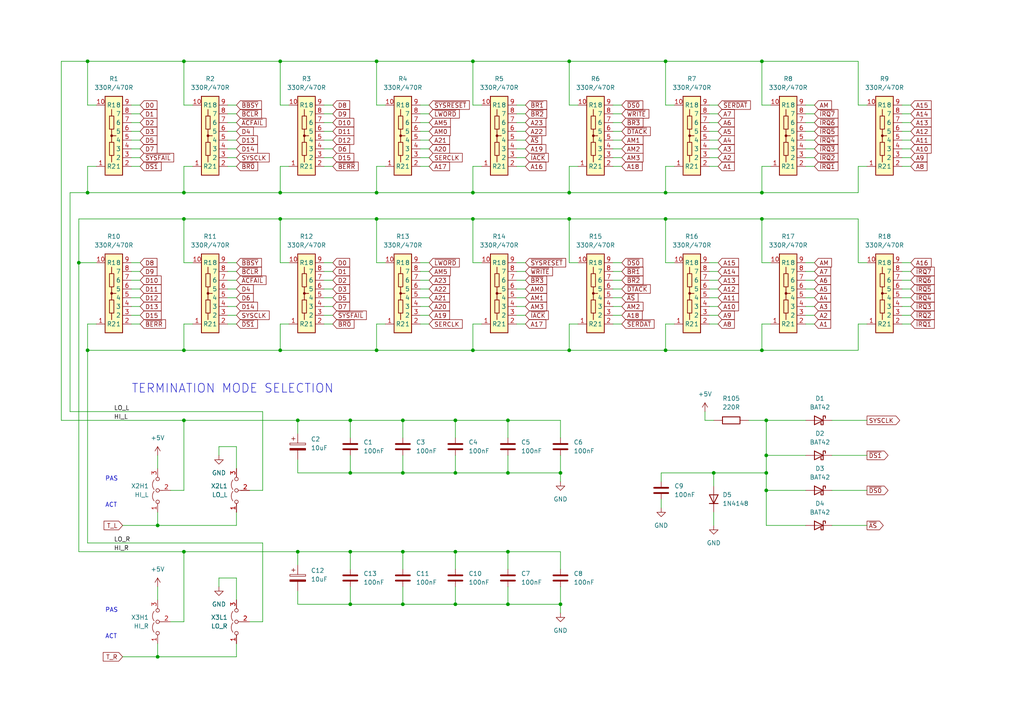
<source format=kicad_sch>
(kicad_sch (version 20211123) (generator eeschema)
  (paper "A4")
  (title_block (title "TERMINATION RESISTORS") (date "2024-01-04") (rev "1") (company "TOM STOREY") (comment 1 "FREE FOR NON-COMMERCIAL USE"))
  (junction (at 101.6 137.16))
  (junction (at 132.08 175.26))
  (junction (at 165.1 17.78))
  (junction (at 53.34 63.5))
  (junction (at 116.84 121.92))
  (junction (at 116.84 160.02))
  (junction (at 220.98 17.78))
  (junction (at 137.16 63.5))
  (junction (at 162.56 175.26))
  (junction (at 222.25 142.24))
  (junction (at 137.16 17.78))
  (junction (at 53.34 17.78))
  (junction (at 147.32 175.26))
  (junction (at 109.22 55.88))
  (junction (at 109.22 17.78))
  (junction (at 109.22 63.5))
  (junction (at 132.08 121.92))
  (junction (at 165.1 63.5))
  (junction (at 147.32 137.16))
  (junction (at 220.98 63.5))
  (junction (at 25.4 17.78))
  (junction (at 137.16 101.6))
  (junction (at 53.34 101.6))
  (junction (at 193.04 101.6))
  (junction (at 81.28 63.5))
  (junction (at 193.04 63.5))
  (junction (at 53.34 160.02))
  (junction (at 116.84 137.16))
  (junction (at 165.1 101.6))
  (junction (at 45.72 152.4))
  (junction (at 45.72 190.5))
  (junction (at 81.28 101.6))
  (junction (at 101.6 121.92))
  (junction (at 101.6 175.26))
  (junction (at 116.84 175.26))
  (junction (at 222.25 132.08))
  (junction (at 220.98 55.88))
  (junction (at 53.34 121.92))
  (junction (at 222.25 137.16))
  (junction (at 81.28 17.78))
  (junction (at 193.04 55.88))
  (junction (at 86.36 121.92))
  (junction (at 165.1 55.88))
  (junction (at 81.28 55.88))
  (junction (at 25.4 55.88))
  (junction (at 193.04 17.78))
  (junction (at 25.4 101.6))
  (junction (at 101.6 160.02))
  (junction (at 207.01 137.16))
  (junction (at 53.34 55.88))
  (junction (at 162.56 137.16))
  (junction (at 222.25 121.92))
  (junction (at 132.08 137.16))
  (junction (at 86.36 160.02))
  (junction (at 109.22 101.6))
  (junction (at 220.98 101.6))
  (junction (at 132.08 160.02))
  (junction (at 147.32 160.02))
  (junction (at 22.86 76.2))
  (junction (at 147.32 121.92))
  (junction (at 137.16 55.88))
  (wire (pts (xy 205.74 83.82) (xy 208.28 83.82)))
  (wire (pts (xy 22.86 63.5) (xy 53.34 63.5)))
  (wire (pts (xy 93.98 43.18) (xy 96.52 43.18)))
  (wire (pts (xy 132.08 137.16) (xy 147.32 137.16)))
  (wire (pts (xy 55.88 93.98) (xy 53.34 93.98)))
  (wire (pts (xy 193.04 76.2) (xy 193.04 63.5)))
  (wire (pts (xy 20.32 119.38) (xy 76.2 119.38)))
  (wire (pts (xy 86.36 121.92) (xy 86.36 125.73)))
  (wire (pts (xy 162.56 137.16) (xy 147.32 137.16)))
  (wire (pts (xy 93.98 91.44) (xy 96.52 91.44)))
  (wire (pts (xy 147.32 170.18) (xy 147.32 175.26)))
  (wire (pts (xy 81.28 30.48) (xy 81.28 17.78)))
  (wire (pts (xy 38.1 30.48) (xy 40.64 30.48)))
  (wire (pts (xy 162.56 132.08) (xy 162.56 137.16)))
  (wire (pts (xy 261.62 93.98) (xy 264.16 93.98)))
  (wire (pts (xy 149.86 88.9) (xy 152.4 88.9)))
  (wire (pts (xy 63.5 167.64) (xy 68.58 167.64)))
  (wire (pts (xy 165.1 63.5) (xy 193.04 63.5)))
  (wire (pts (xy 220.98 17.78) (xy 248.92 17.78)))
  (wire (pts (xy 116.84 160.02) (xy 132.08 160.02)))
  (wire (pts (xy 162.56 160.02) (xy 162.56 165.1)))
  (wire (pts (xy 177.8 81.28) (xy 180.34 81.28)))
  (wire (pts (xy 121.92 45.72) (xy 124.46 45.72)))
  (wire (pts (xy 177.8 35.56) (xy 180.34 35.56)))
  (wire (pts (xy 222.25 132.08) (xy 233.68 132.08)))
  (wire (pts (xy 25.4 101.6) (xy 53.34 101.6)))
  (wire (pts (xy 38.1 43.18) (xy 40.64 43.18)))
  (wire (pts (xy 53.34 48.26) (xy 53.34 55.88)))
  (wire (pts (xy 27.94 93.98) (xy 25.4 93.98)))
  (wire (pts (xy 165.1 48.26) (xy 165.1 55.88)))
  (wire (pts (xy 81.28 48.26) (xy 81.28 55.88)))
  (wire (pts (xy 205.74 81.28) (xy 208.28 81.28)))
  (wire (pts (xy 38.1 76.2) (xy 40.64 76.2)))
  (wire (pts (xy 81.28 55.88) (xy 109.22 55.88)))
  (wire (pts (xy 149.86 45.72) (xy 152.4 45.72)))
  (wire (pts (xy 248.92 101.6) (xy 248.92 93.98)))
  (wire (pts (xy 38.1 78.74) (xy 40.64 78.74)))
  (wire (pts (xy 93.98 45.72) (xy 96.52 45.72)))
  (wire (pts (xy 177.8 40.64) (xy 180.34 40.64)))
  (wire (pts (xy 72.39 142.24) (xy 76.2 142.24)))
  (wire (pts (xy 261.62 78.74) (xy 264.16 78.74)))
  (wire (pts (xy 233.68 76.2) (xy 236.22 76.2)))
  (wire (pts (xy 191.77 137.16) (xy 207.01 137.16)))
  (wire (pts (xy 121.92 38.1) (xy 124.46 38.1)))
  (wire (pts (xy 109.22 30.48) (xy 109.22 17.78)))
  (wire (pts (xy 149.86 40.64) (xy 152.4 40.64)))
  (wire (pts (xy 45.72 190.5) (xy 68.58 190.5)))
  (wire (pts (xy 22.86 63.5) (xy 22.86 76.2)))
  (wire (pts (xy 207.01 121.92) (xy 204.47 121.92)))
  (wire (pts (xy 25.4 101.6) (xy 25.4 157.48)))
  (wire (pts (xy 53.34 180.34) (xy 53.34 160.02)))
  (wire (pts (xy 38.1 35.56) (xy 40.64 35.56)))
  (wire (pts (xy 137.16 48.26) (xy 137.16 55.88)))
  (wire (pts (xy 193.04 101.6) (xy 220.98 101.6)))
  (wire (pts (xy 149.86 76.2) (xy 152.4 76.2)))
  (wire (pts (xy 223.52 76.2) (xy 220.98 76.2)))
  (wire (pts (xy 38.1 88.9) (xy 40.64 88.9)))
  (wire (pts (xy 22.86 76.2) (xy 22.86 160.02)))
  (wire (pts (xy 101.6 121.92) (xy 116.84 121.92)))
  (wire (pts (xy 53.34 17.78) (xy 81.28 17.78)))
  (wire (pts (xy 223.52 30.48) (xy 220.98 30.48)))
  (wire (pts (xy 66.04 45.72) (xy 68.58 45.72)))
  (wire (pts (xy 76.2 142.24) (xy 76.2 119.38)))
  (wire (pts (xy 165.1 17.78) (xy 193.04 17.78)))
  (wire (pts (xy 220.98 63.5) (xy 248.92 63.5)))
  (wire (pts (xy 101.6 132.08) (xy 101.6 137.16)))
  (wire (pts (xy 93.98 76.2) (xy 96.52 76.2)))
  (wire (pts (xy 205.74 43.18) (xy 208.28 43.18)))
  (wire (pts (xy 116.84 137.16) (xy 132.08 137.16)))
  (wire (pts (xy 162.56 175.26) (xy 162.56 170.18)))
  (wire (pts (xy 25.4 30.48) (xy 25.4 17.78)))
  (wire (pts (xy 83.82 30.48) (xy 81.28 30.48)))
  (wire (pts (xy 220.98 101.6) (xy 248.92 101.6)))
  (wire (pts (xy 207.01 137.16) (xy 207.01 140.97)))
  (wire (pts (xy 132.08 170.18) (xy 132.08 175.26)))
  (wire (pts (xy 193.04 93.98) (xy 193.04 101.6)))
  (wire (pts (xy 205.74 45.72) (xy 208.28 45.72)))
  (wire (pts (xy 220.98 48.26) (xy 220.98 55.88)))
  (wire (pts (xy 205.74 30.48) (xy 208.28 30.48)))
  (wire (pts (xy 38.1 33.02) (xy 40.64 33.02)))
  (wire (pts (xy 53.34 55.88) (xy 81.28 55.88)))
  (wire (pts (xy 137.16 63.5) (xy 165.1 63.5)))
  (wire (pts (xy 68.58 186.69) (xy 68.58 190.5)))
  (wire (pts (xy 177.8 88.9) (xy 180.34 88.9)))
  (wire (pts (xy 233.68 45.72) (xy 236.22 45.72)))
  (wire (pts (xy 81.28 76.2) (xy 81.28 63.5)))
  (wire (pts (xy 111.76 30.48) (xy 109.22 30.48)))
  (wire (pts (xy 38.1 93.98) (xy 40.64 93.98)))
  (wire (pts (xy 162.56 127) (xy 162.56 121.92)))
  (wire (pts (xy 116.84 170.18) (xy 116.84 175.26)))
  (wire (pts (xy 220.98 30.48) (xy 220.98 17.78)))
  (wire (pts (xy 147.32 160.02) (xy 162.56 160.02)))
  (wire (pts (xy 38.1 83.82) (xy 40.64 83.82)))
  (wire (pts (xy 177.8 30.48) (xy 180.34 30.48)))
  (wire (pts (xy 222.25 152.4) (xy 233.68 152.4)))
  (wire (pts (xy 193.04 63.5) (xy 220.98 63.5)))
  (wire (pts (xy 101.6 175.26) (xy 116.84 175.26)))
  (wire (pts (xy 220.98 76.2) (xy 220.98 63.5)))
  (wire (pts (xy 147.32 175.26) (xy 162.56 175.26)))
  (wire (pts (xy 195.58 48.26) (xy 193.04 48.26)))
  (wire (pts (xy 205.74 93.98) (xy 208.28 93.98)))
  (wire (pts (xy 111.76 93.98) (xy 109.22 93.98)))
  (wire (pts (xy 25.4 157.48) (xy 76.2 157.48)))
  (wire (pts (xy 241.3 121.92) (xy 251.46 121.92)))
  (wire (pts (xy 109.22 101.6) (xy 137.16 101.6)))
  (wire (pts (xy 147.32 121.92) (xy 147.32 127)))
  (wire (pts (xy 116.84 175.26) (xy 132.08 175.26)))
  (wire (pts (xy 66.04 91.44) (xy 68.58 91.44)))
  (wire (pts (xy 121.92 43.18) (xy 124.46 43.18)))
  (wire (pts (xy 72.39 180.34) (xy 76.2 180.34)))
  (wire (pts (xy 137.16 76.2) (xy 137.16 63.5)))
  (wire (pts (xy 101.6 121.92) (xy 101.6 127)))
  (wire (pts (xy 66.04 88.9) (xy 68.58 88.9)))
  (wire (pts (xy 86.36 121.92) (xy 101.6 121.92)))
  (wire (pts (xy 177.8 78.74) (xy 180.34 78.74)))
  (wire (pts (xy 86.36 175.26) (xy 101.6 175.26)))
  (wire (pts (xy 149.86 35.56) (xy 152.4 35.56)))
  (wire (pts (xy 167.64 48.26) (xy 165.1 48.26)))
  (wire (pts (xy 116.84 160.02) (xy 116.84 165.1)))
  (wire (pts (xy 45.72 170.18) (xy 45.72 173.99)))
  (wire (pts (xy 177.8 86.36) (xy 180.34 86.36)))
  (wire (pts (xy 132.08 132.08) (xy 132.08 137.16)))
  (wire (pts (xy 116.84 121.92) (xy 132.08 121.92)))
  (wire (pts (xy 66.04 93.98) (xy 68.58 93.98)))
  (wire (pts (xy 195.58 30.48) (xy 193.04 30.48)))
  (wire (pts (xy 177.8 93.98) (xy 180.34 93.98)))
  (wire (pts (xy 162.56 121.92) (xy 147.32 121.92)))
  (wire (pts (xy 27.94 30.48) (xy 25.4 30.48)))
  (wire (pts (xy 93.98 81.28) (xy 96.52 81.28)))
  (wire (pts (xy 101.6 160.02) (xy 101.6 165.1)))
  (wire (pts (xy 55.88 30.48) (xy 53.34 30.48)))
  (wire (pts (xy 149.86 93.98) (xy 152.4 93.98)))
  (wire (pts (xy 38.1 91.44) (xy 40.64 91.44)))
  (wire (pts (xy 121.92 88.9) (xy 124.46 88.9)))
  (wire (pts (xy 93.98 83.82) (xy 96.52 83.82)))
  (wire (pts (xy 149.86 30.48) (xy 152.4 30.48)))
  (wire (pts (xy 233.68 78.74) (xy 236.22 78.74)))
  (wire (pts (xy 121.92 83.82) (xy 124.46 83.82)))
  (wire (pts (xy 261.62 81.28) (xy 264.16 81.28)))
  (wire (pts (xy 25.4 48.26) (xy 25.4 55.88)))
  (wire (pts (xy 241.3 142.24) (xy 251.46 142.24)))
  (wire (pts (xy 93.98 86.36) (xy 96.52 86.36)))
  (wire (pts (xy 55.88 76.2) (xy 53.34 76.2)))
  (wire (pts (xy 121.92 93.98) (xy 124.46 93.98)))
  (wire (pts (xy 167.64 30.48) (xy 165.1 30.48)))
  (wire (pts (xy 220.98 93.98) (xy 220.98 101.6)))
  (wire (pts (xy 35.56 190.5) (xy 45.72 190.5)))
  (wire (pts (xy 193.04 48.26) (xy 193.04 55.88)))
  (wire (pts (xy 93.98 48.26) (xy 96.52 48.26)))
  (wire (pts (xy 86.36 160.02) (xy 86.36 163.83)))
  (wire (pts (xy 93.98 78.74) (xy 96.52 78.74)))
  (wire (pts (xy 167.64 93.98) (xy 165.1 93.98)))
  (wire (pts (xy 205.74 91.44) (xy 208.28 91.44)))
  (wire (pts (xy 63.5 132.08) (xy 63.5 129.54)))
  (wire (pts (xy 66.04 76.2) (xy 68.58 76.2)))
  (wire (pts (xy 53.34 76.2) (xy 53.34 63.5)))
  (wire (pts (xy 233.68 40.64) (xy 236.22 40.64)))
  (wire (pts (xy 86.36 160.02) (xy 101.6 160.02)))
  (wire (pts (xy 101.6 137.16) (xy 116.84 137.16)))
  (wire (pts (xy 222.25 121.92) (xy 233.68 121.92)))
  (wire (pts (xy 139.7 76.2) (xy 137.16 76.2)))
  (wire (pts (xy 45.72 132.08) (xy 45.72 135.89)))
  (wire (pts (xy 233.68 86.36) (xy 236.22 86.36)))
  (wire (pts (xy 233.68 48.26) (xy 236.22 48.26)))
  (wire (pts (xy 35.56 152.4) (xy 45.72 152.4)))
  (wire (pts (xy 261.62 88.9) (xy 264.16 88.9)))
  (wire (pts (xy 109.22 63.5) (xy 137.16 63.5)))
  (wire (pts (xy 121.92 76.2) (xy 124.46 76.2)))
  (wire (pts (xy 86.36 171.45) (xy 86.36 175.26)))
  (wire (pts (xy 93.98 33.02) (xy 96.52 33.02)))
  (wire (pts (xy 55.88 48.26) (xy 53.34 48.26)))
  (wire (pts (xy 177.8 38.1) (xy 180.34 38.1)))
  (wire (pts (xy 68.58 129.54) (xy 68.58 135.89)))
  (wire (pts (xy 137.16 17.78) (xy 165.1 17.78)))
  (wire (pts (xy 53.34 30.48) (xy 53.34 17.78)))
  (wire (pts (xy 93.98 40.64) (xy 96.52 40.64)))
  (wire (pts (xy 149.86 86.36) (xy 152.4 86.36)))
  (wire (pts (xy 38.1 45.72) (xy 40.64 45.72)))
  (wire (pts (xy 53.34 101.6) (xy 81.28 101.6)))
  (wire (pts (xy 68.58 167.64) (xy 68.58 173.99)))
  (wire (pts (xy 205.74 38.1) (xy 208.28 38.1)))
  (wire (pts (xy 121.92 30.48) (xy 124.46 30.48)))
  (wire (pts (xy 101.6 170.18) (xy 101.6 175.26)))
  (wire (pts (xy 27.94 48.26) (xy 25.4 48.26)))
  (wire (pts (xy 63.5 129.54) (xy 68.58 129.54)))
  (wire (pts (xy 149.86 78.74) (xy 152.4 78.74)))
  (wire (pts (xy 193.04 30.48) (xy 193.04 17.78)))
  (wire (pts (xy 241.3 132.08) (xy 251.46 132.08)))
  (wire (pts (xy 222.25 132.08) (xy 222.25 137.16)))
  (wire (pts (xy 248.92 93.98) (xy 251.46 93.98)))
  (wire (pts (xy 137.16 30.48) (xy 137.16 17.78)))
  (wire (pts (xy 147.32 160.02) (xy 147.32 165.1)))
  (wire (pts (xy 66.04 35.56) (xy 68.58 35.56)))
  (wire (pts (xy 149.86 83.82) (xy 152.4 83.82)))
  (wire (pts (xy 233.68 38.1) (xy 236.22 38.1)))
  (wire (pts (xy 248.92 17.78) (xy 248.92 30.48)))
  (wire (pts (xy 165.1 76.2) (xy 165.1 63.5)))
  (wire (pts (xy 241.3 152.4) (xy 251.46 152.4)))
  (wire (pts (xy 233.68 35.56) (xy 236.22 35.56)))
  (wire (pts (xy 101.6 160.02) (xy 116.84 160.02)))
  (wire (pts (xy 147.32 137.16) (xy 147.32 132.08)))
  (wire (pts (xy 248.92 55.88) (xy 248.92 48.26)))
  (wire (pts (xy 248.92 30.48) (xy 251.46 30.48)))
  (wire (pts (xy 149.86 43.18) (xy 152.4 43.18)))
  (wire (pts (xy 261.62 35.56) (xy 264.16 35.56)))
  (wire (pts (xy 205.74 35.56) (xy 208.28 35.56)))
  (wire (pts (xy 66.04 86.36) (xy 68.58 86.36)))
  (wire (pts (xy 109.22 48.26) (xy 109.22 55.88)))
  (wire (pts (xy 261.62 40.64) (xy 264.16 40.64)))
  (wire (pts (xy 83.82 76.2) (xy 81.28 76.2)))
  (wire (pts (xy 233.68 30.48) (xy 236.22 30.48)))
  (wire (pts (xy 53.34 121.92) (xy 86.36 121.92)))
  (wire (pts (xy 45.72 186.69) (xy 45.72 190.5)))
  (wire (pts (xy 222.25 121.92) (xy 222.25 132.08)))
  (wire (pts (xy 53.34 93.98) (xy 53.34 101.6)))
  (wire (pts (xy 233.68 83.82) (xy 236.22 83.82)))
  (wire (pts (xy 139.7 30.48) (xy 137.16 30.48)))
  (wire (pts (xy 233.68 93.98) (xy 236.22 93.98)))
  (wire (pts (xy 205.74 48.26) (xy 208.28 48.26)))
  (wire (pts (xy 149.86 81.28) (xy 152.4 81.28)))
  (wire (pts (xy 17.78 121.92) (xy 53.34 121.92)))
  (wire (pts (xy 217.17 121.92) (xy 222.25 121.92)))
  (wire (pts (xy 132.08 121.92) (xy 132.08 127)))
  (wire (pts (xy 66.04 38.1) (xy 68.58 38.1)))
  (wire (pts (xy 233.68 43.18) (xy 236.22 43.18)))
  (wire (pts (xy 177.8 83.82) (xy 180.34 83.82)))
  (wire (pts (xy 149.86 48.26) (xy 152.4 48.26)))
  (wire (pts (xy 177.8 91.44) (xy 180.34 91.44)))
  (wire (pts (xy 132.08 175.26) (xy 147.32 175.26)))
  (wire (pts (xy 261.62 91.44) (xy 264.16 91.44)))
  (wire (pts (xy 165.1 101.6) (xy 193.04 101.6)))
  (wire (pts (xy 223.52 48.26) (xy 220.98 48.26)))
  (wire (pts (xy 38.1 86.36) (xy 40.64 86.36)))
  (wire (pts (xy 132.08 160.02) (xy 132.08 165.1)))
  (wire (pts (xy 177.8 33.02) (xy 180.34 33.02)))
  (wire (pts (xy 233.68 88.9) (xy 236.22 88.9)))
  (wire (pts (xy 109.22 93.98) (xy 109.22 101.6)))
  (wire (pts (xy 193.04 55.88) (xy 220.98 55.88)))
  (wire (pts (xy 38.1 48.26) (xy 40.64 48.26)))
  (wire (pts (xy 20.32 55.88) (xy 25.4 55.88)))
  (wire (pts (xy 220.98 55.88) (xy 248.92 55.88)))
  (wire (pts (xy 93.98 30.48) (xy 96.52 30.48)))
  (wire (pts (xy 139.7 93.98) (xy 137.16 93.98)))
  (wire (pts (xy 86.36 137.16) (xy 86.36 133.35)))
  (wire (pts (xy 45.72 148.59) (xy 45.72 152.4)))
  (wire (pts (xy 261.62 48.26) (xy 264.16 48.26)))
  (wire (pts (xy 193.04 17.78) (xy 220.98 17.78)))
  (wire (pts (xy 121.92 48.26) (xy 124.46 48.26)))
  (wire (pts (xy 165.1 30.48) (xy 165.1 17.78)))
  (wire (pts (xy 177.8 43.18) (xy 180.34 43.18)))
  (wire (pts (xy 137.16 55.88) (xy 165.1 55.88)))
  (wire (pts (xy 109.22 76.2) (xy 109.22 63.5)))
  (wire (pts (xy 248.92 63.5) (xy 248.92 76.2)))
  (wire (pts (xy 45.72 152.4) (xy 68.58 152.4)))
  (wire (pts (xy 111.76 48.26) (xy 109.22 48.26)))
  (wire (pts (xy 195.58 93.98) (xy 193.04 93.98)))
  (wire (pts (xy 49.53 180.34) (xy 53.34 180.34)))
  (wire (pts (xy 205.74 40.64) (xy 208.28 40.64)))
  (wire (pts (xy 222.25 142.24) (xy 222.25 152.4)))
  (wire (pts (xy 25.4 93.98) (xy 25.4 101.6)))
  (wire (pts (xy 139.7 48.26) (xy 137.16 48.26)))
  (wire (pts (xy 49.53 142.24) (xy 53.34 142.24)))
  (wire (pts (xy 53.34 160.02) (xy 86.36 160.02)))
  (wire (pts (xy 121.92 81.28) (xy 124.46 81.28)))
  (wire (pts (xy 66.04 81.28) (xy 68.58 81.28)))
  (wire (pts (xy 66.04 43.18) (xy 68.58 43.18)))
  (wire (pts (xy 177.8 76.2) (xy 180.34 76.2)))
  (wire (pts (xy 66.04 83.82) (xy 68.58 83.82)))
  (wire (pts (xy 116.84 132.08) (xy 116.84 137.16)))
  (wire (pts (xy 261.62 86.36) (xy 264.16 86.36)))
  (wire (pts (xy 207.01 137.16) (xy 222.25 137.16)))
  (wire (pts (xy 121.92 33.02) (xy 124.46 33.02)))
  (wire (pts (xy 261.62 33.02) (xy 264.16 33.02)))
  (wire (pts (xy 261.62 76.2) (xy 264.16 76.2)))
  (wire (pts (xy 20.32 119.38) (xy 20.32 55.88)))
  (wire (pts (xy 149.86 38.1) (xy 152.4 38.1)))
  (wire (pts (xy 149.86 91.44) (xy 152.4 91.44)))
  (wire (pts (xy 195.58 76.2) (xy 193.04 76.2)))
  (wire (pts (xy 191.77 139.7) (xy 191.77 137.16)))
  (wire (pts (xy 38.1 40.64) (xy 40.64 40.64)))
  (wire (pts (xy 66.04 78.74) (xy 68.58 78.74)))
  (wire (pts (xy 137.16 93.98) (xy 137.16 101.6)))
  (wire (pts (xy 261.62 30.48) (xy 264.16 30.48)))
  (wire (pts (xy 17.78 17.78) (xy 25.4 17.78)))
  (wire (pts (xy 109.22 17.78) (xy 137.16 17.78)))
  (wire (pts (xy 81.28 17.78) (xy 109.22 17.78)))
  (wire (pts (xy 204.47 119.38) (xy 204.47 121.92)))
  (wire (pts (xy 177.8 45.72) (xy 180.34 45.72)))
  (wire (pts (xy 93.98 88.9) (xy 96.52 88.9)))
  (wire (pts (xy 121.92 35.56) (xy 124.46 35.56)))
  (wire (pts (xy 162.56 137.16) (xy 162.56 139.7)))
  (wire (pts (xy 68.58 148.59) (xy 68.58 152.4)))
  (wire (pts (xy 38.1 81.28) (xy 40.64 81.28)))
  (wire (pts (xy 63.5 170.18) (xy 63.5 167.64)))
  (wire (pts (xy 93.98 93.98) (xy 96.52 93.98)))
  (wire (pts (xy 261.62 45.72) (xy 264.16 45.72)))
  (wire (pts (xy 191.77 144.78) (xy 191.77 147.32)))
  (wire (pts (xy 83.82 93.98) (xy 81.28 93.98)))
  (wire (pts (xy 149.86 33.02) (xy 152.4 33.02)))
  (wire (pts (xy 111.76 76.2) (xy 109.22 76.2)))
  (wire (pts (xy 207.01 148.59) (xy 207.01 152.4)))
  (wire (pts (xy 222.25 142.24) (xy 233.68 142.24)))
  (wire (pts (xy 261.62 43.18) (xy 264.16 43.18)))
  (wire (pts (xy 76.2 157.48) (xy 76.2 180.34)))
  (wire (pts (xy 83.82 48.26) (xy 81.28 48.26)))
  (wire (pts (xy 233.68 91.44) (xy 236.22 91.44)))
  (wire (pts (xy 162.56 175.26) (xy 162.56 177.8)))
  (wire (pts (xy 53.34 63.5) (xy 81.28 63.5)))
  (wire (pts (xy 93.98 38.1) (xy 96.52 38.1)))
  (wire (pts (xy 205.74 33.02) (xy 208.28 33.02)))
  (wire (pts (xy 22.86 76.2) (xy 27.94 76.2)))
  (wire (pts (xy 177.8 48.26) (xy 180.34 48.26)))
  (wire (pts (xy 17.78 121.92) (xy 17.78 17.78)))
  (wire (pts (xy 248.92 48.26) (xy 251.46 48.26)))
  (wire (pts (xy 38.1 38.1) (xy 40.64 38.1)))
  (wire (pts (xy 116.84 121.92) (xy 116.84 127)))
  (wire (pts (xy 167.64 76.2) (xy 165.1 76.2)))
  (wire (pts (xy 205.74 86.36) (xy 208.28 86.36)))
  (wire (pts (xy 248.92 76.2) (xy 251.46 76.2)))
  (wire (pts (xy 261.62 83.82) (xy 264.16 83.82)))
  (wire (pts (xy 205.74 76.2) (xy 208.28 76.2)))
  (wire (pts (xy 205.74 78.74) (xy 208.28 78.74)))
  (wire (pts (xy 66.04 40.64) (xy 68.58 40.64)))
  (wire (pts (xy 121.92 40.64) (xy 124.46 40.64)))
  (wire (pts (xy 205.74 88.9) (xy 208.28 88.9)))
  (wire (pts (xy 66.04 48.26) (xy 68.58 48.26)))
  (wire (pts (xy 25.4 17.78) (xy 53.34 17.78)))
  (wire (pts (xy 66.04 30.48) (xy 68.58 30.48)))
  (wire (pts (xy 233.68 33.02) (xy 236.22 33.02)))
  (wire (pts (xy 165.1 55.88) (xy 193.04 55.88)))
  (wire (pts (xy 93.98 35.56) (xy 96.52 35.56)))
  (wire (pts (xy 121.92 91.44) (xy 124.46 91.44)))
  (wire (pts (xy 109.22 55.88) (xy 137.16 55.88)))
  (wire (pts (xy 137.16 101.6) (xy 165.1 101.6)))
  (wire (pts (xy 121.92 86.36) (xy 124.46 86.36)))
  (wire (pts (xy 53.34 142.24) (xy 53.34 121.92)))
  (wire (pts (xy 132.08 160.02) (xy 147.32 160.02)))
  (wire (pts (xy 121.92 78.74) (xy 124.46 78.74)))
  (wire (pts (xy 25.4 55.88) (xy 53.34 55.88)))
  (wire (pts (xy 233.68 81.28) (xy 236.22 81.28)))
  (wire (pts (xy 261.62 38.1) (xy 264.16 38.1)))
  (wire (pts (xy 81.28 101.6) (xy 109.22 101.6)))
  (wire (pts (xy 165.1 93.98) (xy 165.1 101.6)))
  (wire (pts (xy 81.28 93.98) (xy 81.28 101.6)))
  (wire (pts (xy 101.6 137.16) (xy 86.36 137.16)))
  (wire (pts (xy 66.04 33.02) (xy 68.58 33.02)))
  (wire (pts (xy 132.08 121.92) (xy 147.32 121.92)))
  (wire (pts (xy 22.86 160.02) (xy 53.34 160.02)))
  (wire (pts (xy 81.28 63.5) (xy 109.22 63.5)))
  (wire (pts (xy 222.25 137.16) (xy 222.25 142.24)))
  (wire (pts (xy 223.52 93.98) (xy 220.98 93.98)))
  (text "ACT" (at 30.48 185.42 0) (effects (font (size 1.27 1.27)) (justify left bottom)))
  (text "ACT" (at 30.48 147.32 0) (effects (font (size 1.27 1.27)) (justify left bottom)))
  (text "PAS" (at 30.48 177.8 0) (effects (font (size 1.27 1.27)) (justify left bottom)))
  (text "PAS" (at 30.48 139.7 0) (effects (font (size 1.27 1.27)) (justify left bottom)))
  (text "TERMINATION MODE SELECTION" (at 38.1 114.3 0) (effects (font (size 2.54 2.54)) (justify left bottom)))
  (label "LO_R" (at 33.02 157.48 0))
  (label "HI_R" (at 33.02 160.02 0))
  (label "HI_L" (at 33.02 121.92 0))
  (label "LO_L" (at 33.02 119.38 0))
  (global_label "D1" (shape input) (at 40.64 33.02 0) (property "Intersheet References" "${INTERSHEET_REFS}" (effects hide)))
  (global_label "~{IACK}" (shape input) (at 152.4 91.44 0) (property "Intersheet References" "${INTERSHEET_REFS}" (effects hide)))
  (global_label "~{BR2}" (shape input) (at 180.34 81.28 0) (property "Intersheet References" "${INTERSHEET_REFS}" (effects hide)))
  (global_label "A1" (shape input) (at 236.22 93.98 0) (property "Intersheet References" "${INTERSHEET_REFS}" (effects hide)))
  (global_label "T_L" (shape input) (at 35.56 152.4 180) (property "Intersheet References" "${INTERSHEET_REFS}" (effects hide)))
  (global_label "D15" (shape input) (at 96.52 45.72 0) (property "Intersheet References" "${INTERSHEET_REFS}" (effects hide)))
  (global_label "~{SERDAT}" (shape input) (at 180.34 93.98 0) (property "Intersheet References" "${INTERSHEET_REFS}" (effects hide)))
  (global_label "A6" (shape input) (at 236.22 81.28 0) (property "Intersheet References" "${INTERSHEET_REFS}" (effects hide)))
  (global_label "A9" (shape input) (at 208.28 91.44 0) (property "Intersheet References" "${INTERSHEET_REFS}" (effects hide)))
  (global_label "D5" (shape input) (at 96.52 86.36 0) (property "Intersheet References" "${INTERSHEET_REFS}" (effects hide)))
  (global_label "A5" (shape input) (at 236.22 83.82 0) (property "Intersheet References" "${INTERSHEET_REFS}" (effects hide)))
  (global_label "SERCLK" (shape input) (at 124.46 93.98 0) (property "Intersheet References" "${INTERSHEET_REFS}" (effects hide)))
  (global_label "D4" (shape input) (at 68.58 38.1 0) (property "Intersheet References" "${INTERSHEET_REFS}" (effects hide)))
  (global_label "D9" (shape input) (at 96.52 33.02 0) (property "Intersheet References" "${INTERSHEET_REFS}" (effects hide)))
  (global_label "A13" (shape input) (at 264.16 35.56 0) (property "Intersheet References" "${INTERSHEET_REFS}" (effects hide)))
  (global_label "~{LWORD}" (shape input) (at 124.46 76.2 0) (property "Intersheet References" "${INTERSHEET_REFS}" (effects hide)))
  (global_label "~{BCLR}" (shape input) (at 68.58 78.74 0) (property "Intersheet References" "${INTERSHEET_REFS}" (effects hide)))
  (global_label "D0" (shape input) (at 96.52 76.2 0) (property "Intersheet References" "${INTERSHEET_REFS}" (effects hide)))
  (global_label "A20" (shape input) (at 124.46 43.18 0) (property "Intersheet References" "${INTERSHEET_REFS}" (effects hide)))
  (global_label "~{SYSRESET}" (shape input) (at 152.4 76.2 0) (property "Intersheet References" "${INTERSHEET_REFS}" (effects hide)))
  (global_label "D3" (shape input) (at 96.52 83.82 0) (property "Intersheet References" "${INTERSHEET_REFS}" (effects hide)))
  (global_label "A6" (shape input) (at 208.28 35.56 0) (property "Intersheet References" "${INTERSHEET_REFS}" (effects hide)))
  (global_label "A13" (shape input) (at 208.28 81.28 0) (property "Intersheet References" "${INTERSHEET_REFS}" (effects hide)))
  (global_label "~{ACFAIL}" (shape input) (at 68.58 81.28 0) (property "Intersheet References" "${INTERSHEET_REFS}" (effects hide)))
  (global_label "A23" (shape input) (at 124.46 81.28 0) (property "Intersheet References" "${INTERSHEET_REFS}" (effects hide)))
  (global_label "D10" (shape input) (at 96.52 35.56 0) (property "Intersheet References" "${INTERSHEET_REFS}" (effects hide)))
  (global_label "~{BR3}" (shape input) (at 152.4 81.28 0) (property "Intersheet References" "${INTERSHEET_REFS}" (effects hide)))
  (global_label "~{AS}" (shape input) (at 152.4 40.64 0) (property "Intersheet References" "${INTERSHEET_REFS}" (effects hide)))
  (global_label "~{DS1}" (shape output) (at 251.46 132.08 0) (property "Intersheet References" "${INTERSHEET_REFS}" (effects hide)))
  (global_label "A21" (shape input) (at 124.46 86.36 0) (property "Intersheet References" "${INTERSHEET_REFS}" (effects hide)))
  (global_label "SYSCLK" (shape input) (at 68.58 45.72 0) (property "Intersheet References" "${INTERSHEET_REFS}" (effects hide)))
  (global_label "AM" (shape input) (at 236.22 30.48 0) (property "Intersheet References" "${INTERSHEET_REFS}" (effects hide)))
  (global_label "A11" (shape input) (at 208.28 86.36 0) (property "Intersheet References" "${INTERSHEET_REFS}" (effects hide)))
  (global_label "A12" (shape input) (at 208.28 83.82 0) (property "Intersheet References" "${INTERSHEET_REFS}" (effects hide)))
  (global_label "~{BERR}" (shape input) (at 40.64 93.98 0) (property "Intersheet References" "${INTERSHEET_REFS}" (effects hide)))
  (global_label "A14" (shape input) (at 264.16 33.02 0) (property "Intersheet References" "${INTERSHEET_REFS}" (effects hide)))
  (global_label "SYSCLK" (shape input) (at 68.58 91.44 0) (property "Intersheet References" "${INTERSHEET_REFS}" (effects hide)))
  (global_label "A20" (shape input) (at 124.46 88.9 0) (property "Intersheet References" "${INTERSHEET_REFS}" (effects hide)))
  (global_label "A10" (shape input) (at 264.16 43.18 0) (property "Intersheet References" "${INTERSHEET_REFS}" (effects hide)))
  (global_label "~{SERDAT}" (shape input) (at 208.28 30.48 0) (property "Intersheet References" "${INTERSHEET_REFS}" (effects hide)))
  (global_label "AM3" (shape input) (at 180.34 45.72 0) (property "Intersheet References" "${INTERSHEET_REFS}" (effects hide)))
  (global_label "A17" (shape input) (at 124.46 48.26 0) (property "Intersheet References" "${INTERSHEET_REFS}" (effects hide)))
  (global_label "SERCLK" (shape input) (at 124.46 45.72 0) (property "Intersheet References" "${INTERSHEET_REFS}" (effects hide)))
  (global_label "A10" (shape input) (at 208.28 88.9 0) (property "Intersheet References" "${INTERSHEET_REFS}" (effects hide)))
  (global_label "~{WRITE}" (shape input) (at 180.34 33.02 0) (property "Intersheet References" "${INTERSHEET_REFS}" (effects hide)))
  (global_label "AM2" (shape input) (at 180.34 88.9 0) (property "Intersheet References" "${INTERSHEET_REFS}" (effects hide)))
  (global_label "AM1" (shape input) (at 180.34 40.64 0) (property "Intersheet References" "${INTERSHEET_REFS}" (effects hide)))
  (global_label "A18" (shape input) (at 180.34 48.26 0) (property "Intersheet References" "${INTERSHEET_REFS}" (effects hide)))
  (global_label "~{DS0}" (shape input) (at 180.34 76.2 0) (property "Intersheet References" "${INTERSHEET_REFS}" (effects hide)))
  (global_label "AM5" (shape input) (at 124.46 35.56 0) (property "Intersheet References" "${INTERSHEET_REFS}" (effects hide)))
  (global_label "D11" (shape input) (at 40.64 83.82 0) (property "Intersheet References" "${INTERSHEET_REFS}" (effects hide)))
  (global_label "D7" (shape input) (at 96.52 88.9 0) (property "Intersheet References" "${INTERSHEET_REFS}" (effects hide)))
  (global_label "~{IRQ4}" (shape input) (at 236.22 40.64 0) (property "Intersheet References" "${INTERSHEET_REFS}" (effects hide)))
  (global_label "~{BR1}" (shape input) (at 152.4 30.48 0) (property "Intersheet References" "${INTERSHEET_REFS}" (effects hide)))
  (global_label "A23" (shape input) (at 152.4 35.56 0) (property "Intersheet References" "${INTERSHEET_REFS}" (effects hide)))
  (global_label "~{DS0}" (shape input) (at 180.34 30.48 0) (property "Intersheet References" "${INTERSHEET_REFS}" (effects hide)))
  (global_label "A16" (shape input) (at 152.4 48.26 0) (property "Intersheet References" "${INTERSHEET_REFS}" (effects hide)))
  (global_label "A17" (shape input) (at 152.4 93.98 0) (property "Intersheet References" "${INTERSHEET_REFS}" (effects hide)))
  (global_label "AM1" (shape input) (at 152.4 86.36 0) (property "Intersheet References" "${INTERSHEET_REFS}" (effects hide)))
  (global_label "D6" (shape input) (at 96.52 43.18 0) (property "Intersheet References" "${INTERSHEET_REFS}" (effects hide)))
  (global_label "A19" (shape input) (at 152.4 43.18 0) (property "Intersheet References" "${INTERSHEET_REFS}" (effects hide)))
  (global_label "A19" (shape input) (at 124.46 91.44 0) (property "Intersheet References" "${INTERSHEET_REFS}" (effects hide)))
  (global_label "D2" (shape input) (at 96.52 81.28 0) (property "Intersheet References" "${INTERSHEET_REFS}" (effects hide)))
  (global_label "~{IRQ5}" (shape input) (at 236.22 38.1 0) (property "Intersheet References" "${INTERSHEET_REFS}" (effects hide)))
  (global_label "D12" (shape input) (at 96.52 40.64 0) (property "Intersheet References" "${INTERSHEET_REFS}" (effects hide)))
  (global_label "A21" (shape input) (at 124.46 40.64 0) (property "Intersheet References" "${INTERSHEET_REFS}" (effects hide)))
  (global_label "A14" (shape input) (at 208.28 78.74 0) (property "Intersheet References" "${INTERSHEET_REFS}" (effects hide)))
  (global_label "~{DTACK}" (shape input) (at 180.34 83.82 0) (property "Intersheet References" "${INTERSHEET_REFS}" (effects hide)))
  (global_label "~{BERR}" (shape input) (at 96.52 48.26 0) (property "Intersheet References" "${INTERSHEET_REFS}" (effects hide)))
  (global_label "D3" (shape input) (at 40.64 38.1 0) (property "Intersheet References" "${INTERSHEET_REFS}" (effects hide)))
  (global_label "~{IRQ1}" (shape input) (at 236.22 48.26 0) (property "Intersheet References" "${INTERSHEET_REFS}" (effects hide)))
  (global_label "~{BBSY}" (shape input) (at 68.58 30.48 0) (property "Intersheet References" "${INTERSHEET_REFS}" (effects hide)))
  (global_label "A3" (shape input) (at 236.22 88.9 0) (property "Intersheet References" "${INTERSHEET_REFS}" (effects hide)))
  (global_label "~{BBSY}" (shape input) (at 68.58 76.2 0) (property "Intersheet References" "${INTERSHEET_REFS}" (effects hide)))
  (global_label "~{BR0}" (shape input) (at 96.52 93.98 0) (property "Intersheet References" "${INTERSHEET_REFS}" (effects hide)))
  (global_label "A12" (shape input) (at 264.16 38.1 0) (property "Intersheet References" "${INTERSHEET_REFS}" (effects hide)))
  (global_label "D9" (shape input) (at 40.64 78.74 0) (property "Intersheet References" "${INTERSHEET_REFS}" (effects hide)))
  (global_label "A4" (shape input) (at 236.22 86.36 0) (property "Intersheet References" "${INTERSHEET_REFS}" (effects hide)))
  (global_label "A11" (shape input) (at 264.16 40.64 0) (property "Intersheet References" "${INTERSHEET_REFS}" (effects hide)))
  (global_label "D2" (shape input) (at 40.64 35.56 0) (property "Intersheet References" "${INTERSHEET_REFS}" (effects hide)))
  (global_label "~{AS}" (shape input) (at 180.34 86.36 0) (property "Intersheet References" "${INTERSHEET_REFS}" (effects hide)))
  (global_label "~{WRITE}" (shape input) (at 152.4 78.74 0) (property "Intersheet References" "${INTERSHEET_REFS}" (effects hide)))
  (global_label "~{BR1}" (shape input) (at 180.34 78.74 0) (property "Intersheet References" "${INTERSHEET_REFS}" (effects hide)))
  (global_label "~{IRQ3}" (shape input) (at 264.16 88.9 0) (property "Intersheet References" "${INTERSHEET_REFS}" (effects hide)))
  (global_label "D8" (shape input) (at 40.64 76.2 0) (property "Intersheet References" "${INTERSHEET_REFS}" (effects hide)))
  (global_label "~{AS}" (shape output) (at 251.46 152.4 0) (property "Intersheet References" "${INTERSHEET_REFS}" (effects hide)))
  (global_label "AM" (shape input) (at 236.22 76.2 0) (property "Intersheet References" "${INTERSHEET_REFS}" (effects hide)))
  (global_label "D13" (shape input) (at 40.64 88.9 0) (property "Intersheet References" "${INTERSHEET_REFS}" (effects hide)))
  (global_label "D4" (shape input) (at 68.58 83.82 0) (property "Intersheet References" "${INTERSHEET_REFS}" (effects hide)))
  (global_label "A8" (shape input) (at 264.16 48.26 0) (property "Intersheet References" "${INTERSHEET_REFS}" (effects hide)))
  (global_label "T_R" (shape input) (at 35.56 190.5 180) (property "Intersheet References" "${INTERSHEET_REFS}" (effects hide)))
  (global_label "~{LWORD}" (shape input) (at 124.46 33.02 0) (property "Intersheet References" "${INTERSHEET_REFS}" (effects hide)))
  (global_label "A22" (shape input) (at 124.46 83.82 0) (property "Intersheet References" "${INTERSHEET_REFS}" (effects hide)))
  (global_label "A8" (shape input) (at 208.28 93.98 0) (property "Intersheet References" "${INTERSHEET_REFS}" (effects hide)))
  (global_label "A4" (shape input) (at 208.28 40.64 0) (property "Intersheet References" "${INTERSHEET_REFS}" (effects hide)))
  (global_label "D11" (shape input) (at 96.52 38.1 0) (property "Intersheet References" "${INTERSHEET_REFS}" (effects hide)))
  (global_label "D15" (shape input) (at 40.64 91.44 0) (property "Intersheet References" "${INTERSHEET_REFS}" (effects hide)))
  (global_label "AM5" (shape input) (at 124.46 78.74 0) (property "Intersheet References" "${INTERSHEET_REFS}" (effects hide)))
  (global_label "~{IACK}" (shape input) (at 152.4 45.72 0) (property "Intersheet References" "${INTERSHEET_REFS}" (effects hide)))
  (global_label "~{DS0}" (shape output) (at 251.46 142.24 0) (property "Intersheet References" "${INTERSHEET_REFS}" (effects hide)))
  (global_label "D6" (shape input) (at 68.58 86.36 0) (property "Intersheet References" "${INTERSHEET_REFS}" (effects hide)))
  (global_label "~{IRQ3}" (shape input) (at 236.22 43.18 0) (property "Intersheet References" "${INTERSHEET_REFS}" (effects hide)))
  (global_label "A18" (shape input) (at 180.34 91.44 0) (property "Intersheet References" "${INTERSHEET_REFS}" (effects hide)))
  (global_label "A15" (shape input) (at 208.28 76.2 0) (property "Intersheet References" "${INTERSHEET_REFS}" (effects hide)))
  (global_label "SYSCLK" (shape output) (at 251.46 121.92 0) (property "Intersheet References" "${INTERSHEET_REFS}" (effects hide)))
  (global_label "~{IRQ4}" (shape input) (at 264.16 86.36 0) (property "Intersheet References" "${INTERSHEET_REFS}" (effects hide)))
  (global_label "~{IRQ5}" (shape input) (at 264.16 83.82 0) (property "Intersheet References" "${INTERSHEET_REFS}" (effects hide)))
  (global_label "D1" (shape input) (at 96.52 78.74 0) (property "Intersheet References" "${INTERSHEET_REFS}" (effects hide)))
  (global_label "~{BR2}" (shape input) (at 152.4 33.02 0) (property "Intersheet References" "${INTERSHEET_REFS}" (effects hide)))
  (global_label "A2" (shape input) (at 208.28 45.72 0) (property "Intersheet References" "${INTERSHEET_REFS}" (effects hide)))
  (global_label "~{IRQ1}" (shape input) (at 264.16 93.98 0) (property "Intersheet References" "${INTERSHEET_REFS}" (effects hide)))
  (global_label "~{IRQ6}" (shape input) (at 264.16 81.28 0) (property "Intersheet References" "${INTERSHEET_REFS}" (effects hide)))
  (global_label "~{IRQ2}" (shape input) (at 264.16 91.44 0) (property "Intersheet References" "${INTERSHEET_REFS}" (effects hide)))
  (global_label "~{ACFAIL}" (shape input) (at 68.58 35.56 0) (property "Intersheet References" "${INTERSHEET_REFS}" (effects hide)))
  (global_label "D5" (shape input) (at 40.64 40.64 0) (property "Intersheet References" "${INTERSHEET_REFS}" (effects hide)))
  (global_label "~{BR3}" (shape input) (at 180.34 35.56 0) (property "Intersheet References" "${INTERSHEET_REFS}" (effects hide)))
  (global_label "D8" (shape input) (at 96.52 30.48 0) (property "Intersheet References" "${INTERSHEET_REFS}" (effects hide)))
  (global_label "D13" (shape input) (at 68.58 40.64 0) (property "Intersheet References" "${INTERSHEET_REFS}" (effects hide)))
  (global_label "A16" (shape input) (at 264.16 76.2 0) (property "Intersheet References" "${INTERSHEET_REFS}" (effects hide)))
  (global_label "~{BR0}" (shape input) (at 68.58 48.26 0) (property "Intersheet References" "${INTERSHEET_REFS}" (effects hide)))
  (global_label "A15" (shape input) (at 264.16 30.48 0) (property "Intersheet References" "${INTERSHEET_REFS}" (effects hide)))
  (global_label "AM0" (shape input) (at 124.46 38.1 0) (property "Intersheet References" "${INTERSHEET_REFS}" (effects hide)))
  (global_label "AM3" (shape input) (at 152.4 88.9 0) (property "Intersheet References" "${INTERSHEET_REFS}" (effects hide)))
  (global_label "D12" (shape input) (at 40.64 86.36 0) (property "Intersheet References" "${INTERSHEET_REFS}" (effects hide)))
  (global_label "~{DS1}" (shape input) (at 40.64 48.26 0) (property "Intersheet References" "${INTERSHEET_REFS}" (effects hide)))
  (global_label "~{SYSRESET}" (shape input) (at 124.46 30.48 0) (property "Intersheet References" "${INTERSHEET_REFS}" (effects hide)))
  (global_label "D14" (shape input) (at 68.58 88.9 0) (property "Intersheet References" "${INTERSHEET_REFS}" (effects hide)))
  (global_label "A5" (shape input) (at 208.28 38.1 0) (property "Intersheet References" "${INTERSHEET_REFS}" (effects hide)))
  (global_label "~{IRQ7}" (shape input) (at 236.22 33.02 0) (property "Intersheet References" "${INTERSHEET_REFS}" (effects hide)))
  (global_label "~{DTACK}" (shape input) (at 180.34 38.1 0) (property "Intersheet References" "${INTERSHEET_REFS}" (effects hide)))
  (global_label "~{IRQ7}" (shape input) (at 264.16 78.74 0) (property "Intersheet References" "${INTERSHEET_REFS}" (effects hide)))
  (global_label "D10" (shape input) (at 40.64 81.28 0) (property "Intersheet References" "${INTERSHEET_REFS}" (effects hide)))
  (global_label "~{DS1}" (shape input) (at 68.58 93.98 0) (property "Intersheet References" "${INTERSHEET_REFS}" (effects hide)))
  (global_label "D0" (shape input) (at 40.64 30.48 0) (property "Intersheet References" "${INTERSHEET_REFS}" (effects hide)))
  (global_label "AM2" (shape input) (at 180.34 43.18 0) (property "Intersheet References" "${INTERSHEET_REFS}" (effects hide)))
  (global_label "A2" (shape input) (at 236.22 91.44 0) (property "Intersheet References" "${INTERSHEET_REFS}" (effects hide)))
  (global_label "A7" (shape input) (at 208.28 33.02 0) (property "Intersheet References" "${INTERSHEET_REFS}" (effects hide)))
  (global_label "~{SYSFAIL}" (shape input) (at 96.52 91.44 0) (property "Intersheet References" "${INTERSHEET_REFS}" (effects hide)))
  (global_label "A3" (shape input) (at 208.28 43.18 0) (property "Intersheet References" "${INTERSHEET_REFS}" (effects hide)))
  (global_label "D7" (shape input) (at 40.64 43.18 0) (property "Intersheet References" "${INTERSHEET_REFS}" (effects hide)))
  (global_label "AM0" (shape input) (at 152.4 83.82 0) (property "Intersheet References" "${INTERSHEET_REFS}" (effects hide)))
  (global_label "A7" (shape input) (at 236.22 78.74 0) (property "Intersheet References" "${INTERSHEET_REFS}" (effects hide)))
  (global_label "A1" (shape input) (at 208.28 48.26 0) (property "Intersheet References" "${INTERSHEET_REFS}" (effects hide)))
  (global_label "D14" (shape input) (at 68.58 43.18 0) (property "Intersheet References" "${INTERSHEET_REFS}" (effects hide)))
  (global_label "~{BCLR}" (shape input) (at 68.58 33.02 0) (property "Intersheet References" "${INTERSHEET_REFS}" (effects hide)))
  (global_label "~{IRQ2}" (shape input) (at 236.22 45.72 0) (property "Intersheet References" "${INTERSHEET_REFS}" (effects hide)))
  (global_label "A22" (shape input) (at 152.4 38.1 0) (property "Intersheet References" "${INTERSHEET_REFS}" (effects hide)))
  (global_label "A9" (shape input) (at 264.16 45.72 0) (property "Intersheet References" "${INTERSHEET_REFS}" (effects hide)))
  (global_label "~{SYSFAIL}" (shape input) (at 40.64 45.72 0) (property "Intersheet References" "${INTERSHEET_REFS}" (effects hide)))
  (global_label "~{IRQ6}" (shape input) (at 236.22 35.56 0) (property "Intersheet References" "${INTERSHEET_REFS}" (effects hide)))
  (symbol (lib_id "power:GND") (at 63.5 170.18 0) (unit 1)
    (property "Reference" "#PWR0112" (effects hide))
    (property "Value" "GND" (at 63.5 175.26 0))
  )
  (symbol (lib_name "R_Divider08_15") (lib_id "COMET symbols:R_Divider08") (at 144.78 86.36 90) (unit 1)
    (property "Reference" "R14" (at 144.78 68.58 90))
    (property "Value" "330R/470R" (at 144.78 71.12 90))
    (property "Footprint" "COMET footprints:R_Array_SIP10" (effects hide))
  )
  (symbol (lib_name "R_Divider08_10") (lib_id "COMET symbols:R_Divider08") (at 256.54 86.36 90) (unit 1)
    (property "Reference" "R18" (at 256.54 68.58 90))
    (property "Value" "330R/470R" (at 256.54 71.12 90))
    (property "Footprint" "COMET footprints:R_Array_SIP10" (effects hide))
  )
  (symbol (lib_id "COMET symbols:C") (at 101.6 167.64 0) (unit 1)
    (property "Reference" "C13" (at 105.41 166.3699 0) (effects (justify left)))
    (property "Value" "100nF" (at 105.41 168.9099 0) (effects (justify left)))
    (property "Footprint" "Capacitor_THT:C_Disc_D4.3mm_W1.9mm_P5.00mm" (effects hide))
  )
  (symbol (lib_name "R_Divider08_6") (lib_id "COMET symbols:R_Divider08") (at 88.9 86.36 90) (unit 1)
    (property "Reference" "R12" (at 88.9 68.58 90))
    (property "Value" "330R/470R" (at 88.9 71.12 90))
    (property "Footprint" "COMET footprints:R_Array_SIP10" (effects hide))
  )
  (symbol (lib_name "R_Divider08_5") (lib_id "COMET symbols:R_Divider08") (at 88.9 40.64 90) (unit 1)
    (property "Reference" "R3" (at 88.9 22.86 90))
    (property "Value" "330R/470R" (at 88.9 25.4 90))
    (property "Footprint" "COMET footprints:R_Array_SIP10" (effects hide))
  )
  (symbol (lib_id "Diode:BAT42") (at 237.49 152.4 0) (mirror y) (unit 1)
    (property "Reference" "D4" (at 237.8075 146.05 0))
    (property "Value" "BAT42" (at 237.8075 148.59 0))
    (property "Footprint" "Diode_THT:D_DO-35_SOD27_P10.16mm_Horizontal" (effects hide))
    (property "Datasheet" "http://www.vishay.com/docs/85660/bat42.pdf" (effects hide))
  )
  (symbol (lib_id "COMET symbols:R_Divider08") (at 144.78 40.64 90) (unit 1)
    (property "Reference" "R5" (at 144.78 22.86 90))
    (property "Value" "330R/470R" (at 144.78 25.4 90))
    (property "Footprint" "COMET footprints:R_Array_SIP10" (effects hide))
  )
  (symbol (lib_name "R_Divider08_11") (lib_id "COMET symbols:R_Divider08") (at 200.66 86.36 90) (unit 1)
    (property "Reference" "R16" (at 200.66 68.58 90))
    (property "Value" "330R/470R" (at 200.66 71.12 90))
    (property "Footprint" "COMET footprints:R_Array_SIP10" (effects hide))
  )
  (symbol (lib_id "power:+5V") (at 204.47 119.38 0) (unit 1)
    (property "Reference" "#PWR0118" (effects hide))
    (property "Value" "+5V" (at 204.47 114.3 0))
  )
  (symbol (lib_id "COMET symbols:R") (at 212.09 121.92 90) (unit 1)
    (property "Reference" "R105" (at 212.09 115.57 90))
    (property "Value" "220R" (at 212.09 118.11 90))
    (property "Footprint" "COMET footprints:R_Axial_DIN0207_L6.3mm_D2.5mm_P10.16mm_Horizontal" (effects hide))
  )
  (symbol (lib_id "COMET symbols:C") (at 162.56 129.54 0) (unit 1)
    (property "Reference" "C6" (at 166.37 128.2699 0) (effects (justify left)))
    (property "Value" "100nF" (at 166.37 130.8099 0) (effects (justify left)))
    (property "Footprint" "Capacitor_THT:C_Disc_D4.3mm_W1.9mm_P5.00mm" (effects hide))
  )
  (symbol (lib_name "R_Divider08_14") (lib_id "COMET symbols:R_Divider08") (at 116.84 40.64 90) (unit 1)
    (property "Reference" "R4" (at 116.84 22.86 90))
    (property "Value" "330R/470R" (at 116.84 25.4 90))
    (property "Footprint" "COMET footprints:R_Array_SIP10" (effects hide))
  )
  (symbol (lib_id "COMET symbols:C") (at 132.08 167.64 0) (unit 1)
    (property "Reference" "C10" (at 135.89 166.3699 0) (effects (justify left)))
    (property "Value" "100nF" (at 135.89 168.9099 0) (effects (justify left)))
    (property "Footprint" "Capacitor_THT:C_Disc_D4.3mm_W1.9mm_P5.00mm" (effects hide))
  )
  (symbol (lib_id "power:GND") (at 63.5 132.08 0) (unit 1)
    (property "Reference" "#PWR0114" (effects hide))
    (property "Value" "GND" (at 63.5 137.16 0))
  )
  (symbol (lib_id "power:GND") (at 191.77 147.32 0) (unit 1)
    (property "Reference" "#PWR0119" (effects hide))
    (property "Value" "GND" (at 191.77 152.4 0))
  )
  (symbol (lib_id "power:GND") (at 207.01 152.4 0) (unit 1)
    (property "Reference" "#PWR0120" (effects hide))
    (property "Value" "GND" (at 207.01 157.48 0))
  )
  (symbol (lib_name "R_Divider08_16") (lib_id "COMET symbols:R_Divider08") (at 172.72 40.64 90) (unit 1)
    (property "Reference" "R6" (at 172.72 22.86 90))
    (property "Value" "330R/470R" (at 172.72 25.4 90))
    (property "Footprint" "COMET footprints:R_Array_SIP10" (effects hide))
  )
  (symbol (lib_id "Diode:1N4148") (at 207.01 144.78 270) (mirror x) (unit 1)
    (property "Reference" "D5" (at 209.55 143.5099 90) (effects (justify left)))
    (property "Value" "1N4148" (at 209.55 146.0499 90) (effects (justify left)))
    (property "Footprint" "Diode_THT:D_DO-35_SOD27_P10.16mm_Horizontal" (effects hide))
    (property "Datasheet" "https://assets.nexperia.com/documents/data-sheet/1N4148_1N4448.pdf" (effects hide))
  )
  (symbol (lib_id "power:GND") (at 162.56 177.8 0) (unit 1)
    (property "Reference" "#PWR0117" (effects hide))
    (property "Value" "GND" (at 162.56 182.88 0))
  )
  (symbol (lib_id "COMET symbols:C") (at 101.6 129.54 0) (unit 1)
    (property "Reference" "C1" (at 105.41 128.2699 0) (effects (justify left)))
    (property "Value" "100nF" (at 105.41 130.8099 0) (effects (justify left)))
    (property "Footprint" "Capacitor_THT:C_Disc_D4.3mm_W1.9mm_P5.00mm" (effects hide))
  )
  (symbol (lib_id "Jumper:Jumper_3_Open") (at 68.58 142.24 90) (unit 1)
    (property "Reference" "X2L1" (at 66.04 140.9699 90) (effects (justify left)))
    (property "Value" "LO_L" (at 66.04 143.5099 90) (effects (justify left)))
    (property "Footprint" "Connector_PinHeader_2.54mm:PinHeader_1x03_P2.54mm_Vertical" (effects hide))
  )
  (symbol (lib_id "COMET symbols:C") (at 116.84 129.54 0) (unit 1)
    (property "Reference" "C3" (at 120.65 128.2699 0) (effects (justify left)))
    (property "Value" "100nF" (at 120.65 130.8099 0) (effects (justify left)))
    (property "Footprint" "Capacitor_THT:C_Disc_D4.3mm_W1.9mm_P5.00mm" (effects hide))
  )
  (symbol (lib_id "power:+5V") (at 45.72 170.18 0) (unit 1)
    (property "Reference" "#PWR0113" (effects hide))
    (property "Value" "+5V" (at 45.72 165.1 0))
  )
  (symbol (lib_name "R_Divider08_17") (lib_id "COMET symbols:R_Divider08") (at 172.72 86.36 90) (unit 1)
    (property "Reference" "R15" (at 172.72 68.58 90))
    (property "Value" "330R/470R" (at 172.72 71.12 90))
    (property "Footprint" "COMET footprints:R_Array_SIP10" (effects hide))
  )
  (symbol (lib_name "R_Divider08_3") (lib_id "COMET symbols:R_Divider08") (at 33.02 40.64 90) (unit 1)
    (property "Reference" "R1" (at 33.02 22.86 90))
    (property "Value" "330R/470R" (at 33.02 25.4 90))
    (property "Footprint" "COMET footprints:R_Array_SIP10" (effects hide))
  )
  (symbol (lib_name "R_Divider08_13") (lib_id "COMET symbols:R_Divider08") (at 116.84 86.36 90) (unit 1)
    (property "Reference" "R13" (at 116.84 68.58 90))
    (property "Value" "330R/470R" (at 116.84 71.12 90))
    (property "Footprint" "COMET footprints:R_Array_SIP10" (effects hide))
  )
  (symbol (lib_id "Jumper:Jumper_3_Open") (at 45.72 180.34 90) (unit 1)
    (property "Reference" "X3H1" (at 43.18 179.0699 90) (effects (justify left)))
    (property "Value" "HI_R" (at 43.18 181.6099 90) (effects (justify left)))
    (property "Footprint" "Connector_PinHeader_2.54mm:PinHeader_1x03_P2.54mm_Vertical" (effects hide))
  )
  (symbol (lib_id "Diode:BAT42") (at 237.49 121.92 0) (mirror y) (unit 1)
    (property "Reference" "D1" (at 237.8075 115.57 0))
    (property "Value" "BAT42" (at 237.8075 118.11 0))
    (property "Footprint" "Diode_THT:D_DO-35_SOD27_P10.16mm_Horizontal" (effects hide))
    (property "Datasheet" "http://www.vishay.com/docs/85660/bat42.pdf" (effects hide))
  )
  (symbol (lib_name "R_Divider08_7") (lib_id "COMET symbols:R_Divider08") (at 228.6 86.36 90) (unit 1)
    (property "Reference" "R17" (at 228.6 68.58 90))
    (property "Value" "330R/470R" (at 228.6 71.12 90))
    (property "Footprint" "COMET footprints:R_Array_SIP10" (effects hide))
  )
  (symbol (lib_name "R_Divider08_2") (lib_id "COMET symbols:R_Divider08") (at 33.02 86.36 90) (unit 1)
    (property "Reference" "R10" (at 33.02 68.58 90))
    (property "Value" "330R/470R" (at 33.02 71.12 90))
    (property "Footprint" "COMET footprints:R_Array_SIP10" (effects hide))
  )
  (symbol (lib_name "R_Divider08_8") (lib_id "COMET symbols:R_Divider08") (at 256.54 40.64 90) (unit 1)
    (property "Reference" "R9" (at 256.54 22.86 90))
    (property "Value" "330R/470R" (at 256.54 25.4 90))
    (property "Footprint" "COMET footprints:R_Array_SIP10" (effects hide))
  )
  (symbol (lib_id "COMET symbols:C") (at 147.32 167.64 0) (unit 1)
    (property "Reference" "C7" (at 151.13 166.3699 0) (effects (justify left)))
    (property "Value" "100nF" (at 151.13 168.9099 0) (effects (justify left)))
    (property "Footprint" "Capacitor_THT:C_Disc_D4.3mm_W1.9mm_P5.00mm" (effects hide))
  )
  (symbol (lib_id "Device:C_Polarized") (at 86.36 167.64 0) (unit 1)
    (property "Reference" "C12" (at 90.17 165.4809 0) (effects (justify left)))
    (property "Value" "10uF" (at 90.17 168.0209 0) (effects (justify left)))
    (property "Footprint" "Capacitor_THT:CP_Radial_Tantal_D5.0mm_P5.00mm" (effects hide))
  )
  (symbol (lib_id "power:GND") (at 162.56 139.7 0) (unit 1)
    (property "Reference" "#PWR0116" (effects hide))
    (property "Value" "GND" (at 162.56 144.78 0))
  )
  (symbol (lib_name "R_Divider08_1") (lib_id "COMET symbols:R_Divider08") (at 60.96 86.36 90) (unit 1)
    (property "Reference" "R11" (at 60.96 68.58 90))
    (property "Value" "330R/470R" (at 60.96 71.12 90))
    (property "Footprint" "COMET footprints:R_Array_SIP10" (effects hide))
  )
  (symbol (lib_name "R_Divider08_4") (lib_id "COMET symbols:R_Divider08") (at 60.96 40.64 90) (unit 1)
    (property "Reference" "R2" (at 60.96 22.86 90))
    (property "Value" "330R/470R" (at 60.96 25.4 90))
    (property "Footprint" "COMET footprints:R_Array_SIP10" (effects hide))
  )
  (symbol (lib_id "COMET symbols:C") (at 147.32 129.54 0) (unit 1)
    (property "Reference" "C5" (at 151.13 128.2699 0) (effects (justify left)))
    (property "Value" "100nF" (at 151.13 130.8099 0) (effects (justify left)))
    (property "Footprint" "Capacitor_THT:C_Disc_D4.3mm_W1.9mm_P5.00mm" (effects hide))
  )
  (symbol (lib_id "COMET symbols:C") (at 191.77 142.24 0) (unit 1)
    (property "Reference" "C9" (at 195.58 140.9699 0) (effects (justify left)))
    (property "Value" "100nF" (at 195.58 143.5099 0) (effects (justify left)))
    (property "Footprint" "Capacitor_THT:C_Disc_D4.3mm_W1.9mm_P5.00mm" (effects hide))
  )
  (symbol (lib_id "COMET symbols:C") (at 132.08 129.54 0) (unit 1)
    (property "Reference" "C4" (at 135.89 128.2699 0) (effects (justify left)))
    (property "Value" "100nF" (at 135.89 130.8099 0) (effects (justify left)))
    (property "Footprint" "Capacitor_THT:C_Disc_D4.3mm_W1.9mm_P5.00mm" (effects hide))
  )
  (symbol (lib_id "Diode:BAT42") (at 237.49 142.24 0) (mirror y) (unit 1)
    (property "Reference" "D3" (at 237.8075 135.89 0))
    (property "Value" "BAT42" (at 237.8075 138.43 0))
    (property "Footprint" "Diode_THT:D_DO-35_SOD27_P10.16mm_Horizontal" (effects hide))
    (property "Datasheet" "http://www.vishay.com/docs/85660/bat42.pdf" (effects hide))
  )
  (symbol (lib_id "Jumper:Jumper_3_Open") (at 68.58 180.34 90) (unit 1)
    (property "Reference" "X3L1" (at 66.04 179.0699 90) (effects (justify left)))
    (property "Value" "LO_R" (at 66.04 181.6099 90) (effects (justify left)))
    (property "Footprint" "Connector_PinHeader_2.54mm:PinHeader_1x03_P2.54mm_Vertical" (effects hide))
  )
  (symbol (lib_id "Jumper:Jumper_3_Open") (at 45.72 142.24 90) (unit 1)
    (property "Reference" "X2H1" (at 43.18 140.9699 90) (effects (justify left)))
    (property "Value" "HI_L" (at 43.18 143.5099 90) (effects (justify left)))
    (property "Footprint" "Connector_PinHeader_2.54mm:PinHeader_1x03_P2.54mm_Vertical" (effects hide))
  )
  (symbol (lib_id "Diode:BAT42") (at 237.49 132.08 0) (mirror y) (unit 1)
    (property "Reference" "D2" (at 237.8075 125.73 0))
    (property "Value" "BAT42" (at 237.8075 128.27 0))
    (property "Footprint" "Diode_THT:D_DO-35_SOD27_P10.16mm_Horizontal" (effects hide))
    (property "Datasheet" "http://www.vishay.com/docs/85660/bat42.pdf" (effects hide))
  )
  (symbol (lib_name "R_Divider08_9") (lib_id "COMET symbols:R_Divider08") (at 200.66 40.64 90) (unit 1)
    (property "Reference" "R7" (at 200.66 22.86 90))
    (property "Value" "330R/470R" (at 200.66 25.4 90))
    (property "Footprint" "COMET footprints:R_Array_SIP10" (effects hide))
  )
  (symbol (lib_id "COMET symbols:C") (at 116.84 167.64 0) (unit 1)
    (property "Reference" "C11" (at 120.65 166.3699 0) (effects (justify left)))
    (property "Value" "100nF" (at 120.65 168.9099 0) (effects (justify left)))
    (property "Footprint" "Capacitor_THT:C_Disc_D4.3mm_W1.9mm_P5.00mm" (effects hide))
  )
  (symbol (lib_id "power:+5V") (at 45.72 132.08 0) (unit 1)
    (property "Reference" "#PWR0115" (effects hide))
    (property "Value" "+5V" (at 45.72 127 0))
  )
  (symbol (lib_id "Device:C_Polarized") (at 86.36 129.54 0) (unit 1)
    (property "Reference" "C2" (at 90.17 127.3809 0) (effects (justify left)))
    (property "Value" "10uF" (at 90.17 129.9209 0) (effects (justify left)))
    (property "Footprint" "Capacitor_THT:CP_Radial_Tantal_D5.0mm_P5.00mm" (effects hide))
  )
  (symbol (lib_name "R_Divider08_12") (lib_id "COMET symbols:R_Divider08") (at 228.6 40.64 90) (unit 1)
    (property "Reference" "R8" (at 228.6 22.86 90))
    (property "Value" "330R/470R" (at 228.6 25.4 90))
    (property "Footprint" "COMET footprints:R_Array_SIP10" (effects hide))
  )
  (symbol (lib_id "COMET symbols:C") (at 162.56 167.64 0) (unit 1)
    (property "Reference" "C8" (at 166.37 166.3699 0) (effects (justify left)))
    (property "Value" "100nF" (at 166.37 168.9099 0) (effects (justify left)))
    (property "Footprint" "Capacitor_THT:C_Disc_D4.3mm_W1.9mm_P5.00mm" (effects hide))
  )
)
</source>
